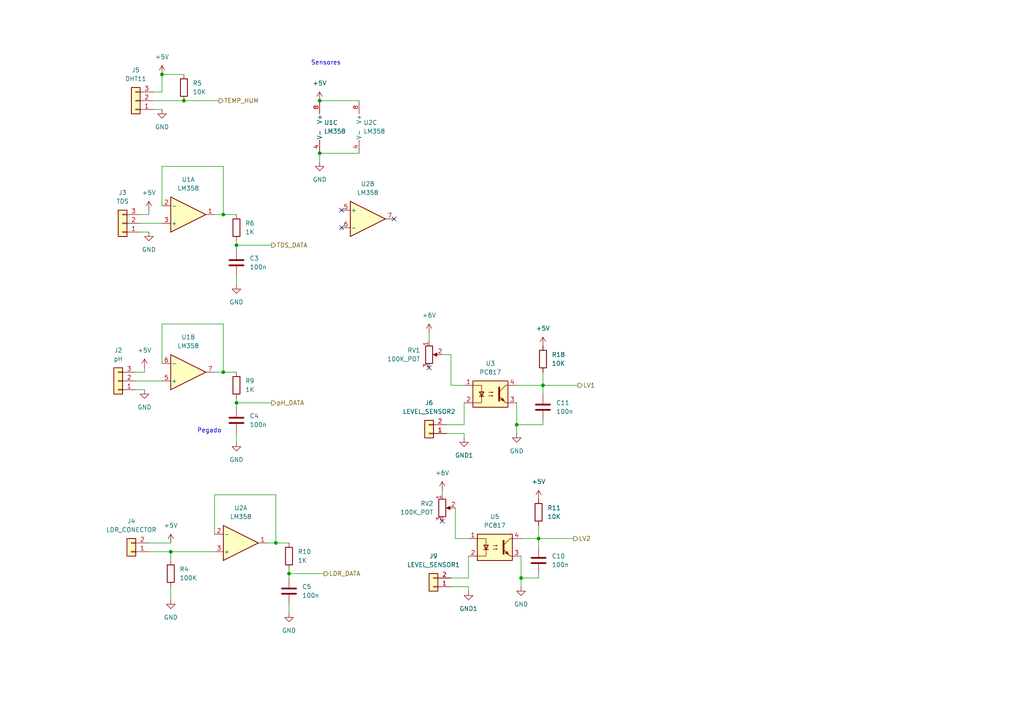
<source format=kicad_sch>
(kicad_sch (version 20211123) (generator eeschema)
  (paper "A4")
  (lib_symbols
    (symbol "Amplifier_Operational:LM358" (pin_names (offset 0.127))
      (property "Reference" "U" (at 0 5.08 0))
      (property "Value" "LM358" (at 0 -5.08 0))
      (symbol "LM358_1_1"
        (polyline (pts (xy -5.08 5.08) (xy 5.08 0) (xy -5.08 -5.08) (xy -5.08 5.08)) (stroke (width 0.254)) (fill (type background)))
        (pin output line (at 7.62 0 180) (length 2.54) (name "~") (number "1"))
        (pin input line (at -7.62 -2.54 0) (length 2.54) (name "-") (number "2"))
        (pin input line (at -7.62 2.54 0) (length 2.54) (name "+") (number "3"))
      )
      (symbol "LM358_2_1"
        (polyline (pts (xy -5.08 5.08) (xy 5.08 0) (xy -5.08 -5.08) (xy -5.08 5.08)) (stroke (width 0.254)) (fill (type background)))
        (pin input line (at -7.62 2.54 0) (length 2.54) (name "+") (number "5"))
        (pin input line (at -7.62 -2.54 0) (length 2.54) (name "-") (number "6"))
        (pin output line (at 7.62 0 180) (length 2.54) (name "~") (number "7"))
      )
      (symbol "LM358_3_1"
        (pin power_in line (at -2.54 -7.62 90) (length 3.81) (name "V-") (number "4"))
        (pin power_in line (at -2.54 7.62 270) (length 3.81) (name "V+") (number "8"))
      )
    )
    (symbol "Connector_Generic:Conn_01x02" (pin_names (offset 1.016) hide)
      (property "Reference" "J" (at 0 2.54 0))
      (property "Value" "Conn_01x02" (at 0 -5.08 0))
      (symbol "Conn_01x02_1_1"
        (rectangle (start -1.27 -2.413) (end 0 -2.667) (stroke (width 0.1524)))
        (rectangle (start -1.27 0.127) (end 0 -0.127) (stroke (width 0.1524)))
        (rectangle (start -1.27 1.27) (end 1.27 -3.81) (stroke (width 0.254)) (fill (type background)))
        (pin passive line (at -5.08 0 0) (length 3.81) (name "Pin_1") (number "1"))
        (pin passive line (at -5.08 -2.54 0) (length 3.81) (name "Pin_2") (number "2"))
      )
    )
    (symbol "Connector_Generic:Conn_01x03" (pin_names (offset 1.016) hide)
      (property "Reference" "J" (at 0 5.08 0))
      (property "Value" "Conn_01x03" (at 0 -5.08 0))
      (symbol "Conn_01x03_1_1"
        (rectangle (start -1.27 -2.413) (end 0 -2.667) (stroke (width 0.1524)))
        (rectangle (start -1.27 0.127) (end 0 -0.127) (stroke (width 0.1524)))
        (rectangle (start -1.27 2.667) (end 0 2.413) (stroke (width 0.1524)))
        (rectangle (start -1.27 3.81) (end 1.27 -3.81) (stroke (width 0.254)) (fill (type background)))
        (pin passive line (at -5.08 2.54 0) (length 3.81) (name "Pin_1") (number "1"))
        (pin passive line (at -5.08 0 0) (length 3.81) (name "Pin_2") (number "2"))
        (pin passive line (at -5.08 -2.54 0) (length 3.81) (name "Pin_3") (number "3"))
      )
    )
    (symbol "Device:C" (pin_numbers hide) (pin_names (offset 0.254))
      (property "Reference" "C" (at 0.635 2.54 0))
      (property "Value" "C" (at 0.635 -2.54 0))
      (symbol "C_0_1"
        (polyline (pts (xy -2.032 -0.762) (xy 2.032 -0.762)) (stroke (width 0.508)))
        (polyline (pts (xy -2.032 0.762) (xy 2.032 0.762)) (stroke (width 0.508)))
      )
      (symbol "C_1_1"
        (pin passive line (at 0 3.81 270) (length 2.794) (name "~") (number "1"))
        (pin passive line (at 0 -3.81 90) (length 2.794) (name "~") (number "2"))
      )
    )
    (symbol "Device:R" (pin_numbers hide) (pin_names (offset 0))
      (property "Reference" "R" (at 2.032 0 90))
      (property "Value" "R" (at 0 0 90))
      (symbol "R_0_1"
        (rectangle (start -1.016 -2.54) (end 1.016 2.54) (stroke (width 0.254)))
      )
      (symbol "R_1_1"
        (pin passive line (at 0 3.81 270) (length 1.27) (name "~") (number "1"))
        (pin passive line (at 0 -3.81 90) (length 1.27) (name "~") (number "2"))
      )
    )
    (symbol "Device:R_Potentiometer" (pin_names (offset 1.016) hide)
      (property "Reference" "RV" (at -4.445 0 90))
      (property "Value" "R_Potentiometer" (at -2.54 0 90))
      (symbol "R_Potentiometer_0_1"
        (polyline (pts (xy 2.54 0) (xy 1.524 0)))
        (polyline (pts (xy 1.143 0) (xy 2.286 0.508) (xy 2.286 -0.508) (xy 1.143 0)) (fill (type outline)))
        (rectangle (start 1.016 2.54) (end -1.016 -2.54) (stroke (width 0.254)))
      )
      (symbol "R_Potentiometer_1_1"
        (pin passive line (at 0 3.81 270) (length 1.27) (name "1") (number "1"))
        (pin passive line (at 3.81 0 180) (length 1.27) (name "2") (number "2"))
        (pin passive line (at 0 -3.81 90) (length 1.27) (name "3") (number "3"))
      )
    )
    (symbol "Isolator:PC817" (pin_names (offset 1.016))
      (property "Reference" "U" (at -5.08 5.08 0))
      (property "Value" "PC817" (at 0 5.08 0))
      (symbol "PC817_0_1"
        (rectangle (start -5.08 3.81) (end 5.08 -3.81) (stroke (width 0.254)) (fill (type background)))
        (polyline (pts (xy -3.175 -0.635) (xy -1.905 -0.635)) (stroke (width 0.254)))
        (polyline (pts (xy 2.54 0.635) (xy 4.445 2.54)))
        (polyline (pts (xy 4.445 -2.54) (xy 2.54 -0.635)) (fill (type outline)))
        (polyline (pts (xy 4.445 -2.54) (xy 5.08 -2.54)))
        (polyline (pts (xy 4.445 2.54) (xy 5.08 2.54)))
        (polyline (pts (xy -5.08 2.54) (xy -2.54 2.54) (xy -2.54 -0.635)))
        (polyline (pts (xy -2.54 -0.635) (xy -2.54 -2.54) (xy -5.08 -2.54)))
        (polyline (pts (xy 2.54 1.905) (xy 2.54 -1.905) (xy 2.54 -1.905)) (stroke (width 0.508)))
        (polyline (pts (xy -2.54 -0.635) (xy -3.175 0.635) (xy -1.905 0.635) (xy -2.54 -0.635)) (stroke (width 0.254)))
        (polyline (pts (xy -0.508 -0.508) (xy 0.762 -0.508) (xy 0.381 -0.635) (xy 0.381 -0.381) (xy 0.762 -0.508)))
        (polyline (pts (xy -0.508 0.508) (xy 0.762 0.508) (xy 0.381 0.381) (xy 0.381 0.635) (xy 0.762 0.508)))
        (polyline (pts (xy 3.048 -1.651) (xy 3.556 -1.143) (xy 4.064 -2.159) (xy 3.048 -1.651) (xy 3.048 -1.651)) (fill (type outline)))
      )
      (symbol "PC817_1_1"
        (pin passive line (at -7.62 2.54 0) (length 2.54) (name "~") (number "1"))
        (pin passive line (at -7.62 -2.54 0) (length 2.54) (name "~") (number "2"))
        (pin passive line (at 7.62 -2.54 180) (length 2.54) (name "~") (number "3"))
        (pin passive line (at 7.62 2.54 180) (length 2.54) (name "~") (number "4"))
      )
    )
    (symbol "power:+5V" (power) (pin_names (offset 0))
      (property "Value" "+5V" (at 0 3.556 0))
      (symbol "+5V_0_1"
        (polyline (pts (xy -0.762 1.27) (xy 0 2.54)))
        (polyline (pts (xy 0 0) (xy 0 2.54)))
        (polyline (pts (xy 0 2.54) (xy 0.762 1.27)))
      )
      (symbol "+5V_1_1"
        (pin power_in line (at 0 0 90) (length 0) hide (name "+5V") (number "1"))
      )
    )
    (symbol "power:+6V" (power) (pin_names (offset 0))
      (property "Value" "+6V" (at 0 3.556 0))
      (symbol "+6V_0_1"
        (polyline (pts (xy -0.762 1.27) (xy 0 2.54)))
        (polyline (pts (xy 0 0) (xy 0 2.54)))
        (polyline (pts (xy 0 2.54) (xy 0.762 1.27)))
      )
      (symbol "+6V_1_1"
        (pin power_in line (at 0 0 90) (length 0) hide (name "+6V") (number "1"))
      )
    )
    (symbol "power:GND" (power) (pin_names (offset 0))
      (property "Value" "GND" (at 0 -3.81 0))
      (symbol "GND_0_1"
        (polyline (pts (xy 0 0) (xy 0 -1.27) (xy 1.27 -1.27) (xy 0 -2.54) (xy -1.27 -1.27) (xy 0 -1.27)))
      )
      (symbol "GND_1_1"
        (pin power_in line (at 0 0 270) (length 0) hide (name "GND") (number "1"))
      )
    )
    (symbol "power:GND1" (power) (pin_names (offset 0))
      (property "Value" "GND1" (at 0 -3.81 0))
      (symbol "GND1_0_1"
        (polyline (pts (xy 0 0) (xy 0 -1.27) (xy 1.27 -1.27) (xy 0 -2.54) (xy -1.27 -1.27) (xy 0 -1.27)))
      )
      (symbol "GND1_1_1"
        (pin power_in line (at 0 0 270) (length 0) hide (name "GND1") (number "1"))
      )
    )
  )
  (junction (at 64.77 62.23))
  (junction (at 68.58 71.12))
  (junction (at 156.21 156.21))
  (junction (at 49.53 160.02))
  (junction (at 68.58 116.84))
  (junction (at 83.82 166.37))
  (junction (at 92.71 29.21))
  (junction (at 157.48 111.76))
  (junction (at 80.01 157.48))
  (junction (at 64.77 107.95))
  (junction (at 53.34 29.21))
  (junction (at 149.86 123.19))
  (junction (at 46.99 21.59))
  (junction (at 92.71 44.45))
  (junction (at 151.13 167.64))
  (no_connect (at 99.06 60.96))
  (no_connect (at 128.27 151.13))
  (no_connect (at 99.06 66.04))
  (no_connect (at 124.46 106.68))
  (no_connect (at 114.3 63.5))
  (wire (pts (xy 151.13 167.64) (xy 151.13 170.18)))
  (wire (pts (xy 53.34 29.21) (xy 63.5 29.21)))
  (wire (pts (xy 46.99 48.26) (xy 64.77 48.26)))
  (wire (pts (xy 157.48 111.76) (xy 167.64 111.76)))
  (wire (pts (xy 64.77 48.26) (xy 64.77 62.23)))
  (wire (pts (xy 68.58 69.85) (xy 68.58 71.12)))
  (wire (pts (xy 46.99 21.59) (xy 46.99 26.67)))
  (wire (pts (xy 62.23 143.51) (xy 80.01 143.51)))
  (wire (pts (xy 135.89 170.18) (xy 135.89 171.45)))
  (wire (pts (xy 83.82 166.37) (xy 83.82 167.64)))
  (wire (pts (xy 92.71 46.99) (xy 92.71 44.45)))
  (wire (pts (xy 49.53 170.18) (xy 49.53 173.99)))
  (wire (pts (xy 149.86 116.84) (xy 149.86 123.19)))
  (wire (pts (xy 157.48 121.92) (xy 157.48 123.19)))
  (wire (pts (xy 83.82 175.26) (xy 83.82 177.8)))
  (wire (pts (xy 68.58 71.12) (xy 78.74 71.12)))
  (wire (pts (xy 44.45 29.21) (xy 53.34 29.21)))
  (wire (pts (xy 130.81 111.76) (xy 134.62 111.76)))
  (wire (pts (xy 43.18 60.96) (xy 43.18 62.23)))
  (wire (pts (xy 149.86 123.19) (xy 149.86 125.73)))
  (wire (pts (xy 149.86 123.19) (xy 157.48 123.19)))
  (wire (pts (xy 128.27 143.51) (xy 128.27 142.24)))
  (wire (pts (xy 135.89 167.64) (xy 135.89 161.29)))
  (wire (pts (xy 157.48 111.76) (xy 157.48 114.3)))
  (wire (pts (xy 46.99 26.67) (xy 44.45 26.67)))
  (wire (pts (xy 156.21 152.4) (xy 156.21 156.21)))
  (wire (pts (xy 130.81 167.64) (xy 135.89 167.64)))
  (wire (pts (xy 156.21 156.21) (xy 166.37 156.21)))
  (wire (pts (xy 64.77 62.23) (xy 68.58 62.23)))
  (wire (pts (xy 41.91 107.95) (xy 39.37 107.95)))
  (wire (pts (xy 83.82 165.1) (xy 83.82 166.37)))
  (wire (pts (xy 68.58 116.84) (xy 68.58 118.11)))
  (wire (pts (xy 128.27 102.87) (xy 130.81 102.87)))
  (wire (pts (xy 62.23 154.94) (xy 62.23 143.51)))
  (wire (pts (xy 46.99 105.41) (xy 46.99 93.98)))
  (wire (pts (xy 39.37 110.49) (xy 46.99 110.49)))
  (wire (pts (xy 134.62 123.19) (xy 134.62 116.84)))
  (wire (pts (xy 46.99 21.59) (xy 53.34 21.59)))
  (wire (pts (xy 64.77 62.23) (xy 62.23 62.23)))
  (wire (pts (xy 43.18 157.48) (xy 49.53 157.48)))
  (wire (pts (xy 49.53 160.02) (xy 62.23 160.02)))
  (wire (pts (xy 44.45 31.75) (xy 46.99 31.75)))
  (wire (pts (xy 80.01 157.48) (xy 77.47 157.48)))
  (wire (pts (xy 68.58 71.12) (xy 68.58 72.39)))
  (wire (pts (xy 43.18 160.02) (xy 49.53 160.02)))
  (wire (pts (xy 40.64 64.77) (xy 46.99 64.77)))
  (wire (pts (xy 68.58 80.01) (xy 68.58 82.55)))
  (wire (pts (xy 157.48 111.76) (xy 149.86 111.76)))
  (wire (pts (xy 130.81 170.18) (xy 135.89 170.18)))
  (wire (pts (xy 68.58 116.84) (xy 78.74 116.84)))
  (wire (pts (xy 83.82 166.37) (xy 93.98 166.37)))
  (wire (pts (xy 68.58 115.57) (xy 68.58 116.84)))
  (wire (pts (xy 43.18 62.23) (xy 40.64 62.23)))
  (wire (pts (xy 64.77 93.98) (xy 64.77 107.95)))
  (wire (pts (xy 130.81 102.87) (xy 130.81 111.76)))
  (wire (pts (xy 151.13 161.29) (xy 151.13 167.64)))
  (wire (pts (xy 132.08 147.32) (xy 132.08 156.21)))
  (wire (pts (xy 64.77 107.95) (xy 62.23 107.95)))
  (wire (pts (xy 124.46 96.52) (xy 124.46 99.06)))
  (wire (pts (xy 92.71 29.21) (xy 104.14 29.21)))
  (wire (pts (xy 40.64 67.31) (xy 43.18 67.31)))
  (wire (pts (xy 80.01 143.51) (xy 80.01 157.48)))
  (wire (pts (xy 46.99 93.98) (xy 64.77 93.98)))
  (wire (pts (xy 41.91 106.68) (xy 41.91 107.95)))
  (wire (pts (xy 92.71 44.45) (xy 104.14 44.45)))
  (wire (pts (xy 156.21 158.75) (xy 156.21 156.21)))
  (wire (pts (xy 156.21 167.64) (xy 151.13 167.64)))
  (wire (pts (xy 49.53 160.02) (xy 49.53 162.56)))
  (wire (pts (xy 132.08 156.21) (xy 135.89 156.21)))
  (wire (pts (xy 68.58 125.73) (xy 68.58 128.27)))
  (wire (pts (xy 157.48 107.95) (xy 157.48 111.76)))
  (wire (pts (xy 46.99 59.69) (xy 46.99 48.26)))
  (wire (pts (xy 39.37 113.03) (xy 41.91 113.03)))
  (wire (pts (xy 129.54 123.19) (xy 134.62 123.19)))
  (wire (pts (xy 80.01 157.48) (xy 83.82 157.48)))
  (wire (pts (xy 156.21 156.21) (xy 151.13 156.21)))
  (wire (pts (xy 156.21 166.37) (xy 156.21 167.64)))
  (wire (pts (xy 64.77 107.95) (xy 68.58 107.95)))
  (wire (pts (xy 134.62 125.73) (xy 134.62 127)))
  (wire (pts (xy 129.54 125.73) (xy 134.62 125.73)))
  (text "Sensores" (at 90.17 19.05 0) (effects (font (size 1.27 1.27)) (justify left bottom)))
  (text "Pegado" (at 57.15 125.73 0) (effects (font (size 1.27 1.27)) (justify left bottom)))
  (hierarchical_label "TEMP_HUM" (shape output) (at 63.5 29.21 0))
  (hierarchical_label "LDR_DATA" (shape output) (at 93.98 166.37 0))
  (hierarchical_label "LV1" (shape output) (at 167.64 111.76 0))
  (hierarchical_label "LV2" (shape output) (at 166.37 156.21 0))
  (hierarchical_label "pH_DATA" (shape output) (at 78.74 116.84 0))
  (hierarchical_label "TDS_DATA" (shape output) (at 78.74 71.12 0))
  (symbol (lib_id "Amplifier_Operational:LM358") (at 69.85 157.48 0) (mirror x) (unit 1)
    (property "Reference" "U2" (at 69.85 147.32 0))
    (property "Value" "LM358" (at 69.85 149.86 0))
    (property "Footprint" "Package_SO:SOIC-8_3.9x4.9mm_P1.27mm" (effects hide))
    (property "Datasheet" "http://www.ti.com/lit/ds/symlink/lm2904-n.pdf" (effects hide))
  )
  (symbol (lib_id "Isolator:PC817") (at 143.51 158.75 0) (unit 1)
    (property "Reference" "U5" (at 143.51 149.86 0))
    (property "Value" "PC817" (at 143.51 152.4 0))
    (property "Footprint" "Package_DIP:SMDIP-4_W7.62mm" (effects hide))
    (property "Datasheet" "http://www.soselectronic.cz/a_info/resource/d/pc817.pdf" (effects hide))
  )
  (symbol (lib_id "power:+5V") (at 41.91 106.68 0) (unit 1)
    (property "Reference" "#PWR05" (effects hide))
    (property "Value" "+5V" (at 41.91 101.6 0))
  )
  (symbol (lib_id "Device:R") (at 68.58 111.76 0) (unit 1)
    (property "Reference" "R9" (at 71.12 110.4899 0) (effects (justify left)))
    (property "Value" "1K" (at 71.12 113.0299 0) (effects (justify left)))
    (property "Footprint" "Resistor_SMD:R_0201_0603Metric" (effects hide))
  )
  (symbol (lib_id "power:+5V") (at 156.21 144.78 0) (unit 1)
    (property "Reference" "#PWR024" (effects hide))
    (property "Value" "+5V" (at 156.21 139.7 0))
  )
  (symbol (lib_id "Connector_Generic:Conn_01x02") (at 38.1 160.02 180) (unit 1)
    (property "Reference" "J4" (at 38.1 151.13 0))
    (property "Value" "LDR_CONECTOR" (at 38.1 153.67 0))
    (property "Footprint" "TerminalBlock:TerminalBlock_bornier-2_P5.08mm" (effects hide))
  )
  (symbol (lib_id "Device:R") (at 83.82 161.29 0) (unit 1)
    (property "Reference" "R10" (at 86.36 160.0199 0) (effects (justify left)))
    (property "Value" "1K" (at 86.36 162.5599 0) (effects (justify left)))
    (property "Footprint" "Resistor_SMD:R_0201_0603Metric" (effects hide))
  )
  (symbol (lib_id "Connector_Generic:Conn_01x03") (at 34.29 110.49 180) (unit 1)
    (property "Reference" "J2" (at 34.29 101.6 0))
    (property "Value" "pH" (at 34.29 104.14 0))
    (property "Footprint" "TerminalBlock:TerminalBlock_bornier-3_P5.08mm" (effects hide))
  )
  (symbol (lib_id "power:GND1") (at 135.89 171.45 0) (unit 1)
    (property "Reference" "#PWR021" (effects hide))
    (property "Value" "GND1" (at 135.89 176.53 0))
  )
  (symbol (lib_id "power:+5V") (at 49.53 157.48 0) (unit 1)
    (property "Reference" "#PWR011" (effects hide))
    (property "Value" "+5V" (at 49.53 152.4 0))
  )
  (symbol (lib_id "power:+6V") (at 128.27 142.24 0) (unit 1)
    (property "Reference" "#PWR019" (effects hide))
    (property "Value" "+6V" (at 128.27 137.16 0))
  )
  (symbol (lib_id "Device:R") (at 157.48 104.14 0) (unit 1)
    (property "Reference" "R18" (at 160.02 102.8699 0) (effects (justify left)))
    (property "Value" "10K" (at 160.02 105.4099 0) (effects (justify left)))
    (property "Footprint" "Resistor_SMD:R_0201_0603Metric" (effects hide))
  )
  (symbol (lib_id "power:GND") (at 46.99 31.75 0) (unit 1)
    (property "Reference" "#PWR010" (effects hide))
    (property "Value" "GND" (at 46.99 36.83 0))
  )
  (symbol (lib_id "power:GND") (at 68.58 82.55 0) (unit 1)
    (property "Reference" "#PWR013" (effects hide))
    (property "Value" "GND" (at 68.58 87.63 0))
  )
  (symbol (lib_id "Connector_Generic:Conn_01x02") (at 125.73 170.18 180) (unit 1)
    (property "Reference" "J9" (at 125.73 161.29 0))
    (property "Value" "LEVEL_SENSOR1" (at 125.73 163.83 0))
    (property "Footprint" "TerminalBlock:TerminalBlock_bornier-2_P5.08mm" (effects hide))
  )
  (symbol (lib_id "Device:C") (at 157.48 118.11 0) (unit 1)
    (property "Reference" "C11" (at 161.29 116.8399 0) (effects (justify left)))
    (property "Value" "100n" (at 161.29 119.3799 0) (effects (justify left)))
    (property "Footprint" "Capacitor_SMD:C_0201_0603Metric" (effects hide))
  )
  (symbol (lib_id "power:GND") (at 43.18 67.31 0) (unit 1)
    (property "Reference" "#PWR08" (effects hide))
    (property "Value" "GND" (at 43.18 72.39 0))
  )
  (symbol (lib_id "Device:R_Potentiometer") (at 128.27 147.32 0) (unit 1)
    (property "Reference" "RV2" (at 125.73 146.0499 0) (effects (justify right)))
    (property "Value" "100K_POT" (at 125.73 148.5899 0) (effects (justify right)))
    (property "Footprint" "Potentiometer_THT:Potentiometer_Bourns_3296Y_Vertical" (effects hide))
  )
  (symbol (lib_id "Device:C") (at 68.58 76.2 0) (unit 1)
    (property "Reference" "C3" (at 72.39 74.9299 0) (effects (justify left)))
    (property "Value" "100n" (at 72.39 77.4699 0) (effects (justify left)))
    (property "Footprint" "Capacitor_SMD:C_0201_0603Metric" (effects hide))
  )
  (symbol (lib_id "Device:C") (at 83.82 171.45 0) (unit 1)
    (property "Reference" "C5" (at 87.63 170.1799 0) (effects (justify left)))
    (property "Value" "100n" (at 87.63 172.7199 0) (effects (justify left)))
    (property "Footprint" "Capacitor_SMD:C_0201_0603Metric" (effects hide))
  )
  (symbol (lib_id "Connector_Generic:Conn_01x02") (at 124.46 125.73 180) (unit 1)
    (property "Reference" "J6" (at 124.46 116.84 0))
    (property "Value" "LEVEL_SENSOR2" (at 124.46 119.38 0))
    (property "Footprint" "TerminalBlock:TerminalBlock_bornier-2_P5.08mm" (effects hide))
  )
  (symbol (lib_id "power:GND1") (at 134.62 127 0) (unit 1)
    (property "Reference" "#PWR020" (effects hide))
    (property "Value" "GND1" (at 134.62 132.08 0))
  )
  (symbol (lib_id "Amplifier_Operational:LM358") (at 54.61 62.23 0) (mirror x) (unit 1)
    (property "Reference" "U1" (at 54.61 52.07 0))
    (property "Value" "LM358" (at 54.61 54.61 0))
    (property "Footprint" "Package_SO:SOIC-8_3.9x4.9mm_P1.27mm" (effects hide))
    (property "Datasheet" "http://www.ti.com/lit/ds/symlink/lm2904-n.pdf" (effects hide))
  )
  (symbol (lib_id "power:+5V") (at 46.99 21.59 0) (unit 1)
    (property "Reference" "#PWR09" (effects hide))
    (property "Value" "+5V" (at 46.99 16.51 0))
  )
  (symbol (lib_id "power:GND") (at 92.71 46.99 0) (unit 1)
    (property "Reference" "#PWR017" (effects hide))
    (property "Value" "GND" (at 92.71 52.07 0))
  )
  (symbol (lib_id "Device:R") (at 156.21 148.59 0) (unit 1)
    (property "Reference" "R11" (at 158.75 147.3199 0) (effects (justify left)))
    (property "Value" "10K" (at 158.75 149.8599 0) (effects (justify left)))
    (property "Footprint" "Resistor_SMD:R_0201_0603Metric" (effects hide))
  )
  (symbol (lib_id "Device:R") (at 49.53 166.37 0) (unit 1)
    (property "Reference" "R4" (at 52.07 165.0999 0) (effects (justify left)))
    (property "Value" "100K" (at 52.07 167.6399 0) (effects (justify left)))
    (property "Footprint" "Resistor_SMD:R_0201_0603Metric" (effects hide))
  )
  (symbol (lib_id "power:GND") (at 49.53 173.99 0) (unit 1)
    (property "Reference" "#PWR012" (effects hide))
    (property "Value" "GND" (at 49.53 179.07 0))
  )
  (symbol (lib_id "power:GND") (at 41.91 113.03 0) (unit 1)
    (property "Reference" "#PWR06" (effects hide))
    (property "Value" "GND" (at 41.91 118.11 0))
  )
  (symbol (lib_id "Amplifier_Operational:LM358") (at 95.25 36.83 0) (unit 3)
    (property "Reference" "U1" (at 93.98 35.5599 0) (effects (justify left)))
    (property "Value" "LM358" (at 93.98 38.0999 0) (effects (justify left)))
    (property "Footprint" "Package_SO:SOIC-8_3.9x4.9mm_P1.27mm" (effects hide))
    (property "Datasheet" "http://www.ti.com/lit/ds/symlink/lm2904-n.pdf" (effects hide))
  )
  (symbol (lib_id "Device:C") (at 156.21 162.56 0) (unit 1)
    (property "Reference" "C10" (at 160.02 161.2899 0) (effects (justify left)))
    (property "Value" "100n" (at 160.02 163.8299 0) (effects (justify left)))
    (property "Footprint" "Capacitor_SMD:C_0201_0603Metric" (effects hide))
  )
  (symbol (lib_id "Isolator:PC817") (at 142.24 114.3 0) (unit 1)
    (property "Reference" "U3" (at 142.24 105.41 0))
    (property "Value" "PC817" (at 142.24 107.95 0))
    (property "Footprint" "Package_DIP:SMDIP-4_W7.62mm" (effects hide))
    (property "Datasheet" "http://www.soselectronic.cz/a_info/resource/d/pc817.pdf" (effects hide))
  )
  (symbol (lib_id "Device:R_Potentiometer") (at 124.46 102.87 0) (unit 1)
    (property "Reference" "RV1" (at 121.92 101.5999 0) (effects (justify right)))
    (property "Value" "100K_POT" (at 121.92 104.1399 0) (effects (justify right)))
    (property "Footprint" "Potentiometer_THT:Potentiometer_Bourns_3296Y_Vertical" (effects hide))
  )
  (symbol (lib_id "Device:C") (at 68.58 121.92 0) (unit 1)
    (property "Reference" "C4" (at 72.39 120.6499 0) (effects (justify left)))
    (property "Value" "100n" (at 72.39 123.1899 0) (effects (justify left)))
    (property "Footprint" "Capacitor_SMD:C_0201_0603Metric" (effects hide))
  )
  (symbol (lib_id "Connector_Generic:Conn_01x03") (at 35.56 64.77 180) (unit 1)
    (property "Reference" "J3" (at 35.56 55.88 0))
    (property "Value" "TDS" (at 35.56 58.42 0))
    (property "Footprint" "TerminalBlock:TerminalBlock_bornier-3_P5.08mm" (effects hide))
  )
  (symbol (lib_id "power:GND") (at 151.13 170.18 0) (unit 1)
    (property "Reference" "#PWR023" (effects hide))
    (property "Value" "GND" (at 151.13 175.26 0))
  )
  (symbol (lib_id "power:GND") (at 83.82 177.8 0) (unit 1)
    (property "Reference" "#PWR015" (effects hide))
    (property "Value" "GND" (at 83.82 182.88 0))
  )
  (symbol (lib_id "Device:R") (at 53.34 25.4 0) (unit 1)
    (property "Reference" "R5" (at 55.88 24.1299 0) (effects (justify left)))
    (property "Value" "10K" (at 55.88 26.6699 0) (effects (justify left)))
    (property "Footprint" "Resistor_SMD:R_0201_0603Metric" (effects hide))
  )
  (symbol (lib_id "power:GND") (at 68.58 128.27 0) (unit 1)
    (property "Reference" "#PWR014" (effects hide))
    (property "Value" "GND" (at 68.58 133.35 0))
  )
  (symbol (lib_id "power:+5V") (at 43.18 60.96 0) (unit 1)
    (property "Reference" "#PWR07" (effects hide))
    (property "Value" "+5V" (at 43.18 55.88 0))
  )
  (symbol (lib_id "power:+5V") (at 92.71 29.21 0) (unit 1)
    (property "Reference" "#PWR016" (effects hide))
    (property "Value" "+5V" (at 92.71 24.13 0))
  )
  (symbol (lib_id "Connector_Generic:Conn_01x03") (at 39.37 29.21 180) (unit 1)
    (property "Reference" "J5" (at 39.37 20.32 0))
    (property "Value" "DHT11" (at 39.37 22.86 0))
    (property "Footprint" "TerminalBlock:TerminalBlock_bornier-3_P5.08mm" (effects hide))
  )
  (symbol (lib_id "Amplifier_Operational:LM358") (at 106.68 63.5 0) (unit 2)
    (property "Reference" "U2" (at 106.68 53.34 0))
    (property "Value" "LM358" (at 106.68 55.88 0))
    (property "Footprint" "Package_SO:SOIC-8_3.9x4.9mm_P1.27mm" (effects hide))
    (property "Datasheet" "http://www.ti.com/lit/ds/symlink/lm2904-n.pdf" (effects hide))
  )
  (symbol (lib_id "Amplifier_Operational:LM358") (at 106.68 36.83 0) (unit 3)
    (property "Reference" "U2" (at 105.41 35.5599 0) (effects (justify left)))
    (property "Value" "LM358" (at 105.41 38.0999 0) (effects (justify left)))
    (property "Footprint" "Package_SO:SOIC-8_3.9x4.9mm_P1.27mm" (effects hide))
    (property "Datasheet" "http://www.ti.com/lit/ds/symlink/lm2904-n.pdf" (effects hide))
  )
  (symbol (lib_id "power:+5V") (at 157.48 100.33 0) (unit 1)
    (property "Reference" "#PWR025" (effects hide))
    (property "Value" "+5V" (at 157.48 95.25 0))
  )
  (symbol (lib_id "power:+6V") (at 124.46 96.52 0) (unit 1)
    (property "Reference" "#PWR018" (effects hide))
    (property "Value" "+6V" (at 124.46 91.44 0))
  )
  (symbol (lib_id "Device:R") (at 68.58 66.04 0) (unit 1)
    (property "Reference" "R6" (at 71.12 64.7699 0) (effects (justify left)))
    (property "Value" "1K" (at 71.12 67.3099 0) (effects (justify left)))
    (property "Footprint" "Resistor_SMD:R_0201_0603Metric" (effects hide))
  )
  (symbol (lib_id "Amplifier_Operational:LM358") (at 54.61 107.95 0) (mirror x) (unit 2)
    (property "Reference" "U1" (at 54.61 97.79 0))
    (property "Value" "LM358" (at 54.61 100.33 0))
    (property "Footprint" "Package_SO:SOIC-8_3.9x4.9mm_P1.27mm" (effects hide))
    (property "Datasheet" "http://www.ti.com/lit/ds/symlink/lm2904-n.pdf" (effects hide))
  )
  (symbol (lib_id "power:GND") (at 149.86 125.73 0) (unit 1)
    (property "Reference" "#PWR022" (effects hide))
    (property "Value" "GND" (at 149.86 130.81 0))
  )
)
</source>
